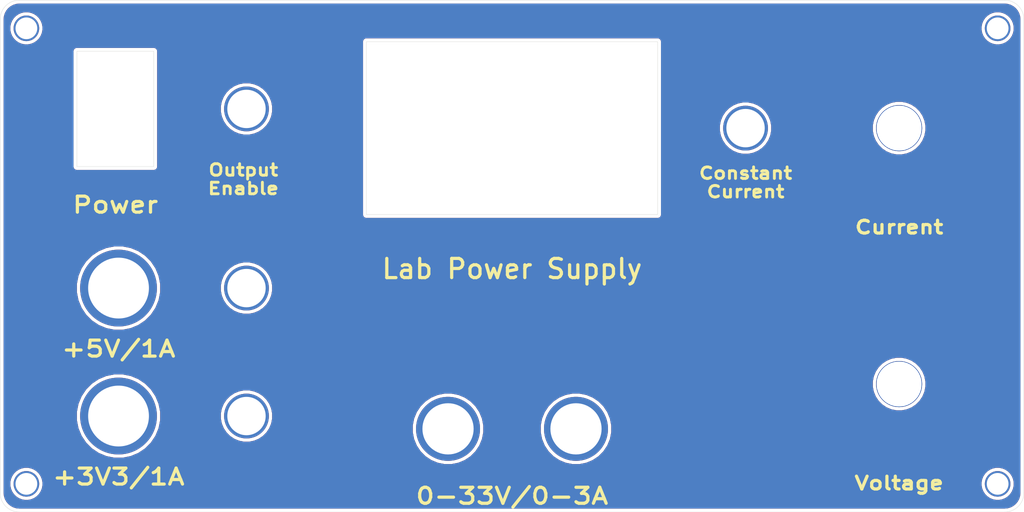
<source format=kicad_pcb>
(kicad_pcb (version 20171130) (host pcbnew "(5.1.4)-1")

  (general
    (thickness 1.6)
    (drawings 29)
    (tracks 14)
    (zones 0)
    (modules 0)
    (nets 1)
  )

  (page A4)
  (layers
    (0 F.Cu signal)
    (31 B.Cu signal)
    (32 B.Adhes user)
    (33 F.Adhes user)
    (34 B.Paste user)
    (35 F.Paste user)
    (36 B.SilkS user)
    (37 F.SilkS user)
    (38 B.Mask user)
    (39 F.Mask user)
    (40 Dwgs.User user)
    (41 Cmts.User user)
    (42 Eco1.User user)
    (43 Eco2.User user)
    (44 Edge.Cuts user)
    (45 Margin user)
    (46 B.CrtYd user)
    (47 F.CrtYd user)
    (48 B.Fab user)
    (49 F.Fab user)
  )

  (setup
    (last_trace_width 0.25)
    (trace_clearance 0.2)
    (zone_clearance 0.508)
    (zone_45_only no)
    (trace_min 0.2)
    (via_size 0.8)
    (via_drill 0.4)
    (via_min_size 0.4)
    (via_min_drill 0.3)
    (uvia_size 0.3)
    (uvia_drill 0.1)
    (uvias_allowed no)
    (uvia_min_size 0.2)
    (uvia_min_drill 0.1)
    (edge_width 0.05)
    (segment_width 0.2)
    (pcb_text_width 0.3)
    (pcb_text_size 1.5 1.5)
    (mod_edge_width 0.12)
    (mod_text_size 1 1)
    (mod_text_width 0.15)
    (pad_size 1.524 1.524)
    (pad_drill 0.762)
    (pad_to_mask_clearance 0.051)
    (solder_mask_min_width 0.25)
    (aux_axis_origin 0 0)
    (visible_elements 7EFFFFFF)
    (pcbplotparams
      (layerselection 0x010fc_ffffffff)
      (usegerberextensions false)
      (usegerberattributes false)
      (usegerberadvancedattributes false)
      (creategerberjobfile false)
      (excludeedgelayer true)
      (linewidth 0.100000)
      (plotframeref false)
      (viasonmask false)
      (mode 1)
      (useauxorigin false)
      (hpglpennumber 1)
      (hpglpenspeed 20)
      (hpglpendiameter 15.000000)
      (psnegative false)
      (psa4output false)
      (plotreference true)
      (plotvalue true)
      (plotinvisibletext false)
      (padsonsilk false)
      (subtractmaskfromsilk false)
      (outputformat 1)
      (mirror false)
      (drillshape 0)
      (scaleselection 1)
      (outputdirectory "gbr/"))
  )

  (net 0 "")

  (net_class Default "This is the default net class."
    (clearance 0.2)
    (trace_width 0.25)
    (via_dia 0.8)
    (via_drill 0.4)
    (uvia_dia 0.3)
    (uvia_drill 0.1)
  )

  (gr_text "Lab Power Supply" (at 80 -38) (layer F.SilkS)
    (effects (font (size 3 3) (thickness 0.5)))
  )
  (gr_text "Output\nEnable\n" (at 38 -52) (layer F.SilkS) (tstamp 5FB01154)
    (effects (font (size 1.8 2.2) (thickness 0.45)))
  )
  (gr_text 0-33V/0-3A (at 80 -2.5) (layer F.SilkS) (tstamp 5FB00CEE)
    (effects (font (size 2.5 3) (thickness 0.5)))
  )
  (gr_circle (center 90 -13) (end 97 -13) (layer Dwgs.User) (width 0.15) (tstamp 5FB00CB7))
  (gr_circle (center 70 -13) (end 77 -13) (layer Dwgs.User) (width 0.15))
  (gr_text +3V3/1A (at 18.5 -5.5) (layer F.SilkS) (tstamp 5FB00A62)
    (effects (font (size 2.5 3) (thickness 0.5)))
  )
  (gr_text +5V/1A (at 18.5 -25.5) (layer F.SilkS) (tstamp 5FB009FF)
    (effects (font (size 2.5 3) (thickness 0.5)))
  )
  (gr_text Power (at 18 -48) (layer F.SilkS) (tstamp 5FB00B36)
    (effects (font (size 2.5 3) (thickness 0.5)))
  )
  (gr_line (start 24 -72) (end 12 -72) (layer Edge.Cuts) (width 0.05) (tstamp 5FB00B43))
  (gr_line (start 24 -54) (end 24 -72) (layer Edge.Cuts) (width 0.05) (tstamp 5FB00B46))
  (gr_line (start 12 -54) (end 24 -54) (layer Edge.Cuts) (width 0.05) (tstamp 5FB00B3D))
  (gr_line (start 12 -72) (end 12 -54) (layer Edge.Cuts) (width 0.05) (tstamp 5FB00B40))
  (gr_text "Constant\nCurrent" (at 116.5 -51.5) (layer F.SilkS)
    (effects (font (size 1.8 2.2) (thickness 0.45)))
  )
  (gr_text Voltage (at 140.5 -4.5) (layer F.SilkS) (tstamp 5FAFFC85)
    (effects (font (size 2 2.5) (thickness 0.5)))
  )
  (gr_text Current (at 140.5 -44.5) (layer F.SilkS)
    (effects (font (size 2 2.5) (thickness 0.5)))
  )
  (gr_circle (center 140.5 -20) (end 153 -20) (layer Dwgs.User) (width 0.05) (tstamp 5FAFF8D7))
  (gr_circle (center 140.5 -60) (end 153 -60) (layer Dwgs.User) (width 0.05))
  (gr_line (start 57.25 -73.5) (end 102.75 -73.5) (layer Edge.Cuts) (width 0.05) (tstamp 5FAFDF11))
  (gr_line (start 57.25 -46.5) (end 102.75 -46.5) (layer Edge.Cuts) (width 0.05) (tstamp 5FAFDF1A))
  (gr_line (start 102.75 -46.5) (end 102.75 -73.5) (layer Edge.Cuts) (width 0.05) (tstamp 5FAFDF17))
  (gr_line (start 57.25 -73.5) (end 57.25 -46.5) (layer Edge.Cuts) (width 0.05) (tstamp 5FAFDF14))
  (gr_arc (start 157 -3) (end 157 0) (angle -90) (layer Edge.Cuts) (width 0.05) (tstamp 5FAFD686))
  (gr_arc (start 157 -77) (end 160 -77) (angle -90) (layer Edge.Cuts) (width 0.05) (tstamp 5FAFD677))
  (gr_arc (start 3 -77) (end 3 -80) (angle -90) (layer Edge.Cuts) (width 0.05) (tstamp 5FAFD65E))
  (gr_arc (start 3 -3) (end 0 -3) (angle -90) (layer Edge.Cuts) (width 0.05))
  (gr_line (start 160 -3) (end 160 -77) (layer Edge.Cuts) (width 0.05) (tstamp 5FAFD452))
  (gr_line (start 0 -3) (end 0 -77) (layer Edge.Cuts) (width 0.05) (tstamp 5FAFD44E))
  (gr_line (start 3 -80) (end 157 -80) (layer Edge.Cuts) (width 0.05) (tstamp 5FAFD438))
  (gr_line (start 3 0) (end 157 0) (layer Edge.Cuts) (width 0.05))

  (via (at 4.1 -4.4) (size 4) (drill 3.4) (layers F.Cu B.Cu) (net 0))
  (via (at 4.1 -75.6) (size 4) (drill 3.4) (layers F.Cu B.Cu) (net 0) (tstamp 5FAFD93F))
  (via (at 155.9 -75.6) (size 4) (drill 3.4) (layers F.Cu B.Cu) (net 0) (tstamp 5FAFD972))
  (via (at 155.9 -4.4) (size 4) (drill 3.4) (layers F.Cu B.Cu) (net 0) (tstamp 5FAFD975))
  (via (at 140.5 -60) (size 7.2) (drill 7) (layers F.Cu B.Cu) (net 0))
  (via (at 140.5 -20) (size 7.2) (drill 7) (layers F.Cu B.Cu) (net 0) (tstamp 5FAFFBB0))
  (via (at 116.5 -60) (size 7) (drill 6) (layers F.Cu B.Cu) (net 0) (tstamp 5FAFFF94))
  (via (at 70 -13) (size 10) (drill 8) (layers F.Cu B.Cu) (net 0) (tstamp 5FB003B1))
  (via (at 90 -13) (size 10) (drill 8) (layers F.Cu B.Cu) (net 0) (tstamp 5FB003E3))
  (via (at 18.5 -35) (size 12) (drill 9.5) (layers F.Cu B.Cu) (net 0) (tstamp 5FB003FD))
  (via (at 18.5 -15) (size 12) (drill 9.5) (layers F.Cu B.Cu) (net 0) (tstamp 5FB00952))
  (via (at 38.5 -35) (size 7) (drill 6) (layers F.Cu B.Cu) (net 0) (tstamp 5FB0049E))
  (via (at 38.5 -15) (size 7) (drill 6) (layers F.Cu B.Cu) (net 0) (tstamp 5FB004A2))
  (via (at 38.5 -63) (size 7) (drill 6) (layers F.Cu B.Cu) (net 0) (tstamp 5FB01068))

  (zone (net 0) (net_name "") (layer B.Cu) (tstamp 0) (hatch edge 0.508)
    (connect_pads (clearance 0.508))
    (min_thickness 0.254)
    (fill yes (arc_segments 32) (thermal_gap 0.508) (thermal_bridge_width 0.508))
    (polygon
      (pts
        (xy 0 -80) (xy 160 -80) (xy 160 0) (xy 0 0)
      )
    )
    (filled_polygon
      (pts
        (xy 157.453893 -79.29233) (xy 157.890498 -79.160511) (xy 158.293185 -78.9464) (xy 158.646612 -78.658152) (xy 158.937327 -78.306739)
        (xy 159.154242 -77.905561) (xy 159.289106 -77.469887) (xy 159.340001 -76.985647) (xy 159.34 -3.032279) (xy 159.29233 -2.546106)
        (xy 159.160512 -2.109503) (xy 158.946399 -1.706814) (xy 158.65815 -1.353387) (xy 158.306739 -1.062673) (xy 157.905564 -0.84576)
        (xy 157.469886 -0.710894) (xy 156.985664 -0.66) (xy 3.032279 -0.66) (xy 2.546106 -0.70767) (xy 2.109503 -0.839488)
        (xy 1.706814 -1.053601) (xy 1.353387 -1.34185) (xy 1.062673 -1.693261) (xy 0.84576 -2.094436) (xy 0.710894 -2.530114)
        (xy 0.66 -3.014336) (xy 0.66 -4.659525) (xy 1.465 -4.659525) (xy 1.465 -4.140475) (xy 1.566261 -3.631399)
        (xy 1.764893 -3.151859) (xy 2.053262 -2.720285) (xy 2.420285 -2.353262) (xy 2.851859 -2.064893) (xy 3.331399 -1.866261)
        (xy 3.840475 -1.765) (xy 4.359525 -1.765) (xy 4.868601 -1.866261) (xy 5.348141 -2.064893) (xy 5.779715 -2.353262)
        (xy 6.146738 -2.720285) (xy 6.435107 -3.151859) (xy 6.633739 -3.631399) (xy 6.735 -4.140475) (xy 6.735 -4.659525)
        (xy 153.265 -4.659525) (xy 153.265 -4.140475) (xy 153.366261 -3.631399) (xy 153.564893 -3.151859) (xy 153.853262 -2.720285)
        (xy 154.220285 -2.353262) (xy 154.651859 -2.064893) (xy 155.131399 -1.866261) (xy 155.640475 -1.765) (xy 156.159525 -1.765)
        (xy 156.668601 -1.866261) (xy 157.148141 -2.064893) (xy 157.579715 -2.353262) (xy 157.946738 -2.720285) (xy 158.235107 -3.151859)
        (xy 158.433739 -3.631399) (xy 158.535 -4.140475) (xy 158.535 -4.659525) (xy 158.433739 -5.168601) (xy 158.235107 -5.648141)
        (xy 157.946738 -6.079715) (xy 157.579715 -6.446738) (xy 157.148141 -6.735107) (xy 156.668601 -6.933739) (xy 156.159525 -7.035)
        (xy 155.640475 -7.035) (xy 155.131399 -6.933739) (xy 154.651859 -6.735107) (xy 154.220285 -6.446738) (xy 153.853262 -6.079715)
        (xy 153.564893 -5.648141) (xy 153.366261 -5.168601) (xy 153.265 -4.659525) (xy 6.735 -4.659525) (xy 6.633739 -5.168601)
        (xy 6.435107 -5.648141) (xy 6.146738 -6.079715) (xy 5.779715 -6.446738) (xy 5.348141 -6.735107) (xy 4.868601 -6.933739)
        (xy 4.359525 -7.035) (xy 3.840475 -7.035) (xy 3.331399 -6.933739) (xy 2.851859 -6.735107) (xy 2.420285 -6.446738)
        (xy 2.053262 -6.079715) (xy 1.764893 -5.648141) (xy 1.566261 -5.168601) (xy 1.465 -4.659525) (xy 0.66 -4.659525)
        (xy 0.66 -15.65349) (xy 11.865 -15.65349) (xy 11.865 -14.34651) (xy 12.119979 -13.064642) (xy 12.620139 -11.857149)
        (xy 13.346259 -10.770434) (xy 14.270434 -9.846259) (xy 15.357149 -9.120139) (xy 16.564642 -8.619979) (xy 17.84651 -8.365)
        (xy 19.15349 -8.365) (xy 20.435358 -8.619979) (xy 21.642851 -9.120139) (xy 22.729566 -9.846259) (xy 23.653741 -10.770434)
        (xy 24.379861 -11.857149) (xy 24.880021 -13.064642) (xy 25.135 -14.34651) (xy 25.135 -15.407262) (xy 34.365 -15.407262)
        (xy 34.365 -14.592738) (xy 34.523906 -13.793865) (xy 34.835611 -13.041343) (xy 35.288136 -12.364091) (xy 35.864091 -11.788136)
        (xy 36.541343 -11.335611) (xy 37.293865 -11.023906) (xy 38.092738 -10.865) (xy 38.907262 -10.865) (xy 39.706135 -11.023906)
        (xy 40.458657 -11.335611) (xy 41.135909 -11.788136) (xy 41.711864 -12.364091) (xy 42.164389 -13.041343) (xy 42.377152 -13.554999)
        (xy 64.365 -13.554999) (xy 64.365 -12.445001) (xy 64.58155 -11.356331) (xy 65.006328 -10.330827) (xy 65.62301 -9.407897)
        (xy 66.407897 -8.62301) (xy 67.330827 -8.006328) (xy 68.356331 -7.58155) (xy 69.445001 -7.365) (xy 70.554999 -7.365)
        (xy 71.643669 -7.58155) (xy 72.669173 -8.006328) (xy 73.592103 -8.62301) (xy 74.37699 -9.407897) (xy 74.993672 -10.330827)
        (xy 75.41845 -11.356331) (xy 75.635 -12.445001) (xy 75.635 -13.554999) (xy 84.365 -13.554999) (xy 84.365 -12.445001)
        (xy 84.58155 -11.356331) (xy 85.006328 -10.330827) (xy 85.62301 -9.407897) (xy 86.407897 -8.62301) (xy 87.330827 -8.006328)
        (xy 88.356331 -7.58155) (xy 89.445001 -7.365) (xy 90.554999 -7.365) (xy 91.643669 -7.58155) (xy 92.669173 -8.006328)
        (xy 93.592103 -8.62301) (xy 94.37699 -9.407897) (xy 94.993672 -10.330827) (xy 95.41845 -11.356331) (xy 95.635 -12.445001)
        (xy 95.635 -13.554999) (xy 95.41845 -14.643669) (xy 94.993672 -15.669173) (xy 94.37699 -16.592103) (xy 93.592103 -17.37699)
        (xy 92.669173 -17.993672) (xy 91.643669 -18.41845) (xy 90.554999 -18.635) (xy 89.445001 -18.635) (xy 88.356331 -18.41845)
        (xy 87.330827 -17.993672) (xy 86.407897 -17.37699) (xy 85.62301 -16.592103) (xy 85.006328 -15.669173) (xy 84.58155 -14.643669)
        (xy 84.365 -13.554999) (xy 75.635 -13.554999) (xy 75.41845 -14.643669) (xy 74.993672 -15.669173) (xy 74.37699 -16.592103)
        (xy 73.592103 -17.37699) (xy 72.669173 -17.993672) (xy 71.643669 -18.41845) (xy 70.554999 -18.635) (xy 69.445001 -18.635)
        (xy 68.356331 -18.41845) (xy 67.330827 -17.993672) (xy 66.407897 -17.37699) (xy 65.62301 -16.592103) (xy 65.006328 -15.669173)
        (xy 64.58155 -14.643669) (xy 64.365 -13.554999) (xy 42.377152 -13.554999) (xy 42.476094 -13.793865) (xy 42.635 -14.592738)
        (xy 42.635 -15.407262) (xy 42.476094 -16.206135) (xy 42.164389 -16.958657) (xy 41.711864 -17.635909) (xy 41.135909 -18.211864)
        (xy 40.458657 -18.664389) (xy 39.706135 -18.976094) (xy 38.907262 -19.135) (xy 38.092738 -19.135) (xy 37.293865 -18.976094)
        (xy 36.541343 -18.664389) (xy 35.864091 -18.211864) (xy 35.288136 -17.635909) (xy 34.835611 -16.958657) (xy 34.523906 -16.206135)
        (xy 34.365 -15.407262) (xy 25.135 -15.407262) (xy 25.135 -15.65349) (xy 24.880021 -16.935358) (xy 24.379861 -18.142851)
        (xy 23.653741 -19.229566) (xy 22.729566 -20.153741) (xy 22.335406 -20.417111) (xy 136.265 -20.417111) (xy 136.265 -19.582889)
        (xy 136.427749 -18.764696) (xy 136.746992 -17.993975) (xy 137.210461 -17.300345) (xy 137.800345 -16.710461) (xy 138.493975 -16.246992)
        (xy 139.264696 -15.927749) (xy 140.082889 -15.765) (xy 140.917111 -15.765) (xy 141.735304 -15.927749) (xy 142.506025 -16.246992)
        (xy 143.199655 -16.710461) (xy 143.789539 -17.300345) (xy 144.253008 -17.993975) (xy 144.572251 -18.764696) (xy 144.735 -19.582889)
        (xy 144.735 -20.417111) (xy 144.572251 -21.235304) (xy 144.253008 -22.006025) (xy 143.789539 -22.699655) (xy 143.199655 -23.289539)
        (xy 142.506025 -23.753008) (xy 141.735304 -24.072251) (xy 140.917111 -24.235) (xy 140.082889 -24.235) (xy 139.264696 -24.072251)
        (xy 138.493975 -23.753008) (xy 137.800345 -23.289539) (xy 137.210461 -22.699655) (xy 136.746992 -22.006025) (xy 136.427749 -21.235304)
        (xy 136.265 -20.417111) (xy 22.335406 -20.417111) (xy 21.642851 -20.879861) (xy 20.435358 -21.380021) (xy 19.15349 -21.635)
        (xy 17.84651 -21.635) (xy 16.564642 -21.380021) (xy 15.357149 -20.879861) (xy 14.270434 -20.153741) (xy 13.346259 -19.229566)
        (xy 12.620139 -18.142851) (xy 12.119979 -16.935358) (xy 11.865 -15.65349) (xy 0.66 -15.65349) (xy 0.66 -35.65349)
        (xy 11.865 -35.65349) (xy 11.865 -34.34651) (xy 12.119979 -33.064642) (xy 12.620139 -31.857149) (xy 13.346259 -30.770434)
        (xy 14.270434 -29.846259) (xy 15.357149 -29.120139) (xy 16.564642 -28.619979) (xy 17.84651 -28.365) (xy 19.15349 -28.365)
        (xy 20.435358 -28.619979) (xy 21.642851 -29.120139) (xy 22.729566 -29.846259) (xy 23.653741 -30.770434) (xy 24.379861 -31.857149)
        (xy 24.880021 -33.064642) (xy 25.135 -34.34651) (xy 25.135 -35.407262) (xy 34.365 -35.407262) (xy 34.365 -34.592738)
        (xy 34.523906 -33.793865) (xy 34.835611 -33.041343) (xy 35.288136 -32.364091) (xy 35.864091 -31.788136) (xy 36.541343 -31.335611)
        (xy 37.293865 -31.023906) (xy 38.092738 -30.865) (xy 38.907262 -30.865) (xy 39.706135 -31.023906) (xy 40.458657 -31.335611)
        (xy 41.135909 -31.788136) (xy 41.711864 -32.364091) (xy 42.164389 -33.041343) (xy 42.476094 -33.793865) (xy 42.635 -34.592738)
        (xy 42.635 -35.407262) (xy 42.476094 -36.206135) (xy 42.164389 -36.958657) (xy 41.711864 -37.635909) (xy 41.135909 -38.211864)
        (xy 40.458657 -38.664389) (xy 39.706135 -38.976094) (xy 38.907262 -39.135) (xy 38.092738 -39.135) (xy 37.293865 -38.976094)
        (xy 36.541343 -38.664389) (xy 35.864091 -38.211864) (xy 35.288136 -37.635909) (xy 34.835611 -36.958657) (xy 34.523906 -36.206135)
        (xy 34.365 -35.407262) (xy 25.135 -35.407262) (xy 25.135 -35.65349) (xy 24.880021 -36.935358) (xy 24.379861 -38.142851)
        (xy 23.653741 -39.229566) (xy 22.729566 -40.153741) (xy 21.642851 -40.879861) (xy 20.435358 -41.380021) (xy 19.15349 -41.635)
        (xy 17.84651 -41.635) (xy 16.564642 -41.380021) (xy 15.357149 -40.879861) (xy 14.270434 -40.153741) (xy 13.346259 -39.229566)
        (xy 12.620139 -38.142851) (xy 12.119979 -36.935358) (xy 11.865 -35.65349) (xy 0.66 -35.65349) (xy 0.66 -72)
        (xy 11.336807 -72) (xy 11.34 -71.967581) (xy 11.340001 -54.032429) (xy 11.336807 -54) (xy 11.34955 -53.870617)
        (xy 11.38729 -53.746207) (xy 11.448575 -53.63155) (xy 11.531052 -53.531052) (xy 11.63155 -53.448575) (xy 11.746207 -53.38729)
        (xy 11.870617 -53.34955) (xy 11.967581 -53.34) (xy 12 -53.336807) (xy 12.032419 -53.34) (xy 23.967581 -53.34)
        (xy 24 -53.336807) (xy 24.032419 -53.34) (xy 24.129383 -53.34955) (xy 24.253793 -53.38729) (xy 24.36845 -53.448575)
        (xy 24.468948 -53.531052) (xy 24.551425 -53.63155) (xy 24.61271 -53.746207) (xy 24.65045 -53.870617) (xy 24.663193 -54)
        (xy 24.66 -54.032419) (xy 24.66 -63.407262) (xy 34.365 -63.407262) (xy 34.365 -62.592738) (xy 34.523906 -61.793865)
        (xy 34.835611 -61.041343) (xy 35.288136 -60.364091) (xy 35.864091 -59.788136) (xy 36.541343 -59.335611) (xy 37.293865 -59.023906)
        (xy 38.092738 -58.865) (xy 38.907262 -58.865) (xy 39.706135 -59.023906) (xy 40.458657 -59.335611) (xy 41.135909 -59.788136)
        (xy 41.711864 -60.364091) (xy 42.164389 -61.041343) (xy 42.476094 -61.793865) (xy 42.635 -62.592738) (xy 42.635 -63.407262)
        (xy 42.476094 -64.206135) (xy 42.164389 -64.958657) (xy 41.711864 -65.635909) (xy 41.135909 -66.211864) (xy 40.458657 -66.664389)
        (xy 39.706135 -66.976094) (xy 38.907262 -67.135) (xy 38.092738 -67.135) (xy 37.293865 -66.976094) (xy 36.541343 -66.664389)
        (xy 35.864091 -66.211864) (xy 35.288136 -65.635909) (xy 34.835611 -64.958657) (xy 34.523906 -64.206135) (xy 34.365 -63.407262)
        (xy 24.66 -63.407262) (xy 24.66 -71.967581) (xy 24.663193 -72) (xy 24.65045 -72.129383) (xy 24.61271 -72.253793)
        (xy 24.551425 -72.36845) (xy 24.468948 -72.468948) (xy 24.36845 -72.551425) (xy 24.253793 -72.61271) (xy 24.129383 -72.65045)
        (xy 24.032419 -72.66) (xy 24 -72.663193) (xy 23.967581 -72.66) (xy 12.032419 -72.66) (xy 12 -72.663193)
        (xy 11.967581 -72.66) (xy 11.870617 -72.65045) (xy 11.746207 -72.61271) (xy 11.63155 -72.551425) (xy 11.531052 -72.468948)
        (xy 11.448575 -72.36845) (xy 11.38729 -72.253793) (xy 11.34955 -72.129383) (xy 11.336807 -72) (xy 0.66 -72)
        (xy 0.66 -75.859525) (xy 1.465 -75.859525) (xy 1.465 -75.340475) (xy 1.566261 -74.831399) (xy 1.764893 -74.351859)
        (xy 2.053262 -73.920285) (xy 2.420285 -73.553262) (xy 2.851859 -73.264893) (xy 3.331399 -73.066261) (xy 3.840475 -72.965)
        (xy 4.359525 -72.965) (xy 4.868601 -73.066261) (xy 5.348141 -73.264893) (xy 5.700002 -73.5) (xy 56.586807 -73.5)
        (xy 56.59 -73.467581) (xy 56.590001 -46.532429) (xy 56.586807 -46.5) (xy 56.59955 -46.370617) (xy 56.63729 -46.246207)
        (xy 56.698575 -46.13155) (xy 56.781052 -46.031052) (xy 56.88155 -45.948575) (xy 56.996207 -45.88729) (xy 57.120617 -45.84955)
        (xy 57.217581 -45.84) (xy 57.25 -45.836807) (xy 57.282419 -45.84) (xy 102.717581 -45.84) (xy 102.75 -45.836807)
        (xy 102.782419 -45.84) (xy 102.879383 -45.84955) (xy 103.003793 -45.88729) (xy 103.11845 -45.948575) (xy 103.218948 -46.031052)
        (xy 103.301425 -46.13155) (xy 103.36271 -46.246207) (xy 103.40045 -46.370617) (xy 103.413193 -46.5) (xy 103.41 -46.532419)
        (xy 103.41 -60.407262) (xy 112.365 -60.407262) (xy 112.365 -59.592738) (xy 112.523906 -58.793865) (xy 112.835611 -58.041343)
        (xy 113.288136 -57.364091) (xy 113.864091 -56.788136) (xy 114.541343 -56.335611) (xy 115.293865 -56.023906) (xy 116.092738 -55.865)
        (xy 116.907262 -55.865) (xy 117.706135 -56.023906) (xy 118.458657 -56.335611) (xy 119.135909 -56.788136) (xy 119.711864 -57.364091)
        (xy 120.164389 -58.041343) (xy 120.476094 -58.793865) (xy 120.635 -59.592738) (xy 120.635 -60.407262) (xy 120.633041 -60.417111)
        (xy 136.265 -60.417111) (xy 136.265 -59.582889) (xy 136.427749 -58.764696) (xy 136.746992 -57.993975) (xy 137.210461 -57.300345)
        (xy 137.800345 -56.710461) (xy 138.493975 -56.246992) (xy 139.264696 -55.927749) (xy 140.082889 -55.765) (xy 140.917111 -55.765)
        (xy 141.735304 -55.927749) (xy 142.506025 -56.246992) (xy 143.199655 -56.710461) (xy 143.789539 -57.300345) (xy 144.253008 -57.993975)
        (xy 144.572251 -58.764696) (xy 144.735 -59.582889) (xy 144.735 -60.417111) (xy 144.572251 -61.235304) (xy 144.253008 -62.006025)
        (xy 143.789539 -62.699655) (xy 143.199655 -63.289539) (xy 142.506025 -63.753008) (xy 141.735304 -64.072251) (xy 140.917111 -64.235)
        (xy 140.082889 -64.235) (xy 139.264696 -64.072251) (xy 138.493975 -63.753008) (xy 137.800345 -63.289539) (xy 137.210461 -62.699655)
        (xy 136.746992 -62.006025) (xy 136.427749 -61.235304) (xy 136.265 -60.417111) (xy 120.633041 -60.417111) (xy 120.476094 -61.206135)
        (xy 120.164389 -61.958657) (xy 119.711864 -62.635909) (xy 119.135909 -63.211864) (xy 118.458657 -63.664389) (xy 117.706135 -63.976094)
        (xy 116.907262 -64.135) (xy 116.092738 -64.135) (xy 115.293865 -63.976094) (xy 114.541343 -63.664389) (xy 113.864091 -63.211864)
        (xy 113.288136 -62.635909) (xy 112.835611 -61.958657) (xy 112.523906 -61.206135) (xy 112.365 -60.407262) (xy 103.41 -60.407262)
        (xy 103.41 -73.467581) (xy 103.413193 -73.5) (xy 103.40045 -73.629383) (xy 103.36271 -73.753793) (xy 103.301425 -73.86845)
        (xy 103.218948 -73.968948) (xy 103.11845 -74.051425) (xy 103.003793 -74.11271) (xy 102.879383 -74.15045) (xy 102.782419 -74.16)
        (xy 102.75 -74.163193) (xy 102.717581 -74.16) (xy 57.282419 -74.16) (xy 57.25 -74.163193) (xy 57.217581 -74.16)
        (xy 57.120617 -74.15045) (xy 56.996207 -74.11271) (xy 56.88155 -74.051425) (xy 56.781052 -73.968948) (xy 56.698575 -73.86845)
        (xy 56.63729 -73.753793) (xy 56.59955 -73.629383) (xy 56.586807 -73.5) (xy 5.700002 -73.5) (xy 5.779715 -73.553262)
        (xy 6.146738 -73.920285) (xy 6.435107 -74.351859) (xy 6.633739 -74.831399) (xy 6.735 -75.340475) (xy 6.735 -75.859525)
        (xy 153.265 -75.859525) (xy 153.265 -75.340475) (xy 153.366261 -74.831399) (xy 153.564893 -74.351859) (xy 153.853262 -73.920285)
        (xy 154.220285 -73.553262) (xy 154.651859 -73.264893) (xy 155.131399 -73.066261) (xy 155.640475 -72.965) (xy 156.159525 -72.965)
        (xy 156.668601 -73.066261) (xy 157.148141 -73.264893) (xy 157.579715 -73.553262) (xy 157.946738 -73.920285) (xy 158.235107 -74.351859)
        (xy 158.433739 -74.831399) (xy 158.535 -75.340475) (xy 158.535 -75.859525) (xy 158.433739 -76.368601) (xy 158.235107 -76.848141)
        (xy 157.946738 -77.279715) (xy 157.579715 -77.646738) (xy 157.148141 -77.935107) (xy 156.668601 -78.133739) (xy 156.159525 -78.235)
        (xy 155.640475 -78.235) (xy 155.131399 -78.133739) (xy 154.651859 -77.935107) (xy 154.220285 -77.646738) (xy 153.853262 -77.279715)
        (xy 153.564893 -76.848141) (xy 153.366261 -76.368601) (xy 153.265 -75.859525) (xy 6.735 -75.859525) (xy 6.633739 -76.368601)
        (xy 6.435107 -76.848141) (xy 6.146738 -77.279715) (xy 5.779715 -77.646738) (xy 5.348141 -77.935107) (xy 4.868601 -78.133739)
        (xy 4.359525 -78.235) (xy 3.840475 -78.235) (xy 3.331399 -78.133739) (xy 2.851859 -77.935107) (xy 2.420285 -77.646738)
        (xy 2.053262 -77.279715) (xy 1.764893 -76.848141) (xy 1.566261 -76.368601) (xy 1.465 -75.859525) (xy 0.66 -75.859525)
        (xy 0.66 -76.967721) (xy 0.70767 -77.453893) (xy 0.839489 -77.890498) (xy 1.0536 -78.293185) (xy 1.341848 -78.646612)
        (xy 1.693261 -78.937327) (xy 2.094439 -79.154242) (xy 2.530113 -79.289106) (xy 3.014344 -79.34) (xy 156.967721 -79.34)
      )
    )
  )
  (zone (net 0) (net_name "") (layer F.Cu) (tstamp 0) (hatch edge 0.508)
    (connect_pads (clearance 0.508))
    (min_thickness 0.254)
    (fill yes (arc_segments 32) (thermal_gap 0.508) (thermal_bridge_width 0.508))
    (polygon
      (pts
        (xy 0 -80) (xy 160 -80) (xy 160 0) (xy 0 0) (xy 0 -4)
      )
    )
    (filled_polygon
      (pts
        (xy 157.453893 -79.29233) (xy 157.890498 -79.160511) (xy 158.293185 -78.9464) (xy 158.646612 -78.658152) (xy 158.937327 -78.306739)
        (xy 159.154242 -77.905561) (xy 159.289106 -77.469887) (xy 159.340001 -76.985647) (xy 159.34 -3.032279) (xy 159.29233 -2.546106)
        (xy 159.160512 -2.109503) (xy 158.946399 -1.706814) (xy 158.65815 -1.353387) (xy 158.306739 -1.062673) (xy 157.905564 -0.84576)
        (xy 157.469886 -0.710894) (xy 156.985664 -0.66) (xy 3.032279 -0.66) (xy 2.546106 -0.70767) (xy 2.109503 -0.839488)
        (xy 1.706814 -1.053601) (xy 1.353387 -1.34185) (xy 1.062673 -1.693261) (xy 0.84576 -2.094436) (xy 0.710894 -2.530114)
        (xy 0.66 -3.014336) (xy 0.66 -4.659525) (xy 1.465 -4.659525) (xy 1.465 -4.140475) (xy 1.566261 -3.631399)
        (xy 1.764893 -3.151859) (xy 2.053262 -2.720285) (xy 2.420285 -2.353262) (xy 2.851859 -2.064893) (xy 3.331399 -1.866261)
        (xy 3.840475 -1.765) (xy 4.359525 -1.765) (xy 4.868601 -1.866261) (xy 5.348141 -2.064893) (xy 5.779715 -2.353262)
        (xy 6.146738 -2.720285) (xy 6.435107 -3.151859) (xy 6.633739 -3.631399) (xy 6.735 -4.140475) (xy 6.735 -4.659525)
        (xy 153.265 -4.659525) (xy 153.265 -4.140475) (xy 153.366261 -3.631399) (xy 153.564893 -3.151859) (xy 153.853262 -2.720285)
        (xy 154.220285 -2.353262) (xy 154.651859 -2.064893) (xy 155.131399 -1.866261) (xy 155.640475 -1.765) (xy 156.159525 -1.765)
        (xy 156.668601 -1.866261) (xy 157.148141 -2.064893) (xy 157.579715 -2.353262) (xy 157.946738 -2.720285) (xy 158.235107 -3.151859)
        (xy 158.433739 -3.631399) (xy 158.535 -4.140475) (xy 158.535 -4.659525) (xy 158.433739 -5.168601) (xy 158.235107 -5.648141)
        (xy 157.946738 -6.079715) (xy 157.579715 -6.446738) (xy 157.148141 -6.735107) (xy 156.668601 -6.933739) (xy 156.159525 -7.035)
        (xy 155.640475 -7.035) (xy 155.131399 -6.933739) (xy 154.651859 -6.735107) (xy 154.220285 -6.446738) (xy 153.853262 -6.079715)
        (xy 153.564893 -5.648141) (xy 153.366261 -5.168601) (xy 153.265 -4.659525) (xy 6.735 -4.659525) (xy 6.633739 -5.168601)
        (xy 6.435107 -5.648141) (xy 6.146738 -6.079715) (xy 5.779715 -6.446738) (xy 5.348141 -6.735107) (xy 4.868601 -6.933739)
        (xy 4.359525 -7.035) (xy 3.840475 -7.035) (xy 3.331399 -6.933739) (xy 2.851859 -6.735107) (xy 2.420285 -6.446738)
        (xy 2.053262 -6.079715) (xy 1.764893 -5.648141) (xy 1.566261 -5.168601) (xy 1.465 -4.659525) (xy 0.66 -4.659525)
        (xy 0.66 -15.65349) (xy 11.865 -15.65349) (xy 11.865 -14.34651) (xy 12.119979 -13.064642) (xy 12.620139 -11.857149)
        (xy 13.346259 -10.770434) (xy 14.270434 -9.846259) (xy 15.357149 -9.120139) (xy 16.564642 -8.619979) (xy 17.84651 -8.365)
        (xy 19.15349 -8.365) (xy 20.435358 -8.619979) (xy 21.642851 -9.120139) (xy 22.729566 -9.846259) (xy 23.653741 -10.770434)
        (xy 24.379861 -11.857149) (xy 24.880021 -13.064642) (xy 25.135 -14.34651) (xy 25.135 -15.407262) (xy 34.365 -15.407262)
        (xy 34.365 -14.592738) (xy 34.523906 -13.793865) (xy 34.835611 -13.041343) (xy 35.288136 -12.364091) (xy 35.864091 -11.788136)
        (xy 36.541343 -11.335611) (xy 37.293865 -11.023906) (xy 38.092738 -10.865) (xy 38.907262 -10.865) (xy 39.706135 -11.023906)
        (xy 40.458657 -11.335611) (xy 41.135909 -11.788136) (xy 41.711864 -12.364091) (xy 42.164389 -13.041343) (xy 42.377152 -13.554999)
        (xy 64.365 -13.554999) (xy 64.365 -12.445001) (xy 64.58155 -11.356331) (xy 65.006328 -10.330827) (xy 65.62301 -9.407897)
        (xy 66.407897 -8.62301) (xy 67.330827 -8.006328) (xy 68.356331 -7.58155) (xy 69.445001 -7.365) (xy 70.554999 -7.365)
        (xy 71.643669 -7.58155) (xy 72.669173 -8.006328) (xy 73.592103 -8.62301) (xy 74.37699 -9.407897) (xy 74.993672 -10.330827)
        (xy 75.41845 -11.356331) (xy 75.635 -12.445001) (xy 75.635 -13.554999) (xy 84.365 -13.554999) (xy 84.365 -12.445001)
        (xy 84.58155 -11.356331) (xy 85.006328 -10.330827) (xy 85.62301 -9.407897) (xy 86.407897 -8.62301) (xy 87.330827 -8.006328)
        (xy 88.356331 -7.58155) (xy 89.445001 -7.365) (xy 90.554999 -7.365) (xy 91.643669 -7.58155) (xy 92.669173 -8.006328)
        (xy 93.592103 -8.62301) (xy 94.37699 -9.407897) (xy 94.993672 -10.330827) (xy 95.41845 -11.356331) (xy 95.635 -12.445001)
        (xy 95.635 -13.554999) (xy 95.41845 -14.643669) (xy 94.993672 -15.669173) (xy 94.37699 -16.592103) (xy 93.592103 -17.37699)
        (xy 92.669173 -17.993672) (xy 91.643669 -18.41845) (xy 90.554999 -18.635) (xy 89.445001 -18.635) (xy 88.356331 -18.41845)
        (xy 87.330827 -17.993672) (xy 86.407897 -17.37699) (xy 85.62301 -16.592103) (xy 85.006328 -15.669173) (xy 84.58155 -14.643669)
        (xy 84.365 -13.554999) (xy 75.635 -13.554999) (xy 75.41845 -14.643669) (xy 74.993672 -15.669173) (xy 74.37699 -16.592103)
        (xy 73.592103 -17.37699) (xy 72.669173 -17.993672) (xy 71.643669 -18.41845) (xy 70.554999 -18.635) (xy 69.445001 -18.635)
        (xy 68.356331 -18.41845) (xy 67.330827 -17.993672) (xy 66.407897 -17.37699) (xy 65.62301 -16.592103) (xy 65.006328 -15.669173)
        (xy 64.58155 -14.643669) (xy 64.365 -13.554999) (xy 42.377152 -13.554999) (xy 42.476094 -13.793865) (xy 42.635 -14.592738)
        (xy 42.635 -15.407262) (xy 42.476094 -16.206135) (xy 42.164389 -16.958657) (xy 41.711864 -17.635909) (xy 41.135909 -18.211864)
        (xy 40.458657 -18.664389) (xy 39.706135 -18.976094) (xy 38.907262 -19.135) (xy 38.092738 -19.135) (xy 37.293865 -18.976094)
        (xy 36.541343 -18.664389) (xy 35.864091 -18.211864) (xy 35.288136 -17.635909) (xy 34.835611 -16.958657) (xy 34.523906 -16.206135)
        (xy 34.365 -15.407262) (xy 25.135 -15.407262) (xy 25.135 -15.65349) (xy 24.880021 -16.935358) (xy 24.379861 -18.142851)
        (xy 23.653741 -19.229566) (xy 22.729566 -20.153741) (xy 22.335406 -20.417111) (xy 136.265 -20.417111) (xy 136.265 -19.582889)
        (xy 136.427749 -18.764696) (xy 136.746992 -17.993975) (xy 137.210461 -17.300345) (xy 137.800345 -16.710461) (xy 138.493975 -16.246992)
        (xy 139.264696 -15.927749) (xy 140.082889 -15.765) (xy 140.917111 -15.765) (xy 141.735304 -15.927749) (xy 142.506025 -16.246992)
        (xy 143.199655 -16.710461) (xy 143.789539 -17.300345) (xy 144.253008 -17.993975) (xy 144.572251 -18.764696) (xy 144.735 -19.582889)
        (xy 144.735 -20.417111) (xy 144.572251 -21.235304) (xy 144.253008 -22.006025) (xy 143.789539 -22.699655) (xy 143.199655 -23.289539)
        (xy 142.506025 -23.753008) (xy 141.735304 -24.072251) (xy 140.917111 -24.235) (xy 140.082889 -24.235) (xy 139.264696 -24.072251)
        (xy 138.493975 -23.753008) (xy 137.800345 -23.289539) (xy 137.210461 -22.699655) (xy 136.746992 -22.006025) (xy 136.427749 -21.235304)
        (xy 136.265 -20.417111) (xy 22.335406 -20.417111) (xy 21.642851 -20.879861) (xy 20.435358 -21.380021) (xy 19.15349 -21.635)
        (xy 17.84651 -21.635) (xy 16.564642 -21.380021) (xy 15.357149 -20.879861) (xy 14.270434 -20.153741) (xy 13.346259 -19.229566)
        (xy 12.620139 -18.142851) (xy 12.119979 -16.935358) (xy 11.865 -15.65349) (xy 0.66 -15.65349) (xy 0.66 -35.65349)
        (xy 11.865 -35.65349) (xy 11.865 -34.34651) (xy 12.119979 -33.064642) (xy 12.620139 -31.857149) (xy 13.346259 -30.770434)
        (xy 14.270434 -29.846259) (xy 15.357149 -29.120139) (xy 16.564642 -28.619979) (xy 17.84651 -28.365) (xy 19.15349 -28.365)
        (xy 20.435358 -28.619979) (xy 21.642851 -29.120139) (xy 22.729566 -29.846259) (xy 23.653741 -30.770434) (xy 24.379861 -31.857149)
        (xy 24.880021 -33.064642) (xy 25.135 -34.34651) (xy 25.135 -35.407262) (xy 34.365 -35.407262) (xy 34.365 -34.592738)
        (xy 34.523906 -33.793865) (xy 34.835611 -33.041343) (xy 35.288136 -32.364091) (xy 35.864091 -31.788136) (xy 36.541343 -31.335611)
        (xy 37.293865 -31.023906) (xy 38.092738 -30.865) (xy 38.907262 -30.865) (xy 39.706135 -31.023906) (xy 40.458657 -31.335611)
        (xy 41.135909 -31.788136) (xy 41.711864 -32.364091) (xy 42.164389 -33.041343) (xy 42.476094 -33.793865) (xy 42.635 -34.592738)
        (xy 42.635 -35.407262) (xy 42.476094 -36.206135) (xy 42.164389 -36.958657) (xy 41.711864 -37.635909) (xy 41.135909 -38.211864)
        (xy 40.458657 -38.664389) (xy 39.706135 -38.976094) (xy 38.907262 -39.135) (xy 38.092738 -39.135) (xy 37.293865 -38.976094)
        (xy 36.541343 -38.664389) (xy 35.864091 -38.211864) (xy 35.288136 -37.635909) (xy 34.835611 -36.958657) (xy 34.523906 -36.206135)
        (xy 34.365 -35.407262) (xy 25.135 -35.407262) (xy 25.135 -35.65349) (xy 24.880021 -36.935358) (xy 24.379861 -38.142851)
        (xy 23.653741 -39.229566) (xy 22.729566 -40.153741) (xy 21.642851 -40.879861) (xy 20.435358 -41.380021) (xy 19.15349 -41.635)
        (xy 17.84651 -41.635) (xy 16.564642 -41.380021) (xy 15.357149 -40.879861) (xy 14.270434 -40.153741) (xy 13.346259 -39.229566)
        (xy 12.620139 -38.142851) (xy 12.119979 -36.935358) (xy 11.865 -35.65349) (xy 0.66 -35.65349) (xy 0.66 -72)
        (xy 11.336807 -72) (xy 11.34 -71.967581) (xy 11.340001 -54.032429) (xy 11.336807 -54) (xy 11.34955 -53.870617)
        (xy 11.38729 -53.746207) (xy 11.448575 -53.63155) (xy 11.531052 -53.531052) (xy 11.63155 -53.448575) (xy 11.746207 -53.38729)
        (xy 11.870617 -53.34955) (xy 11.967581 -53.34) (xy 12 -53.336807) (xy 12.032419 -53.34) (xy 23.967581 -53.34)
        (xy 24 -53.336807) (xy 24.032419 -53.34) (xy 24.129383 -53.34955) (xy 24.253793 -53.38729) (xy 24.36845 -53.448575)
        (xy 24.468948 -53.531052) (xy 24.551425 -53.63155) (xy 24.61271 -53.746207) (xy 24.65045 -53.870617) (xy 24.663193 -54)
        (xy 24.66 -54.032419) (xy 24.66 -63.407262) (xy 34.365 -63.407262) (xy 34.365 -62.592738) (xy 34.523906 -61.793865)
        (xy 34.835611 -61.041343) (xy 35.288136 -60.364091) (xy 35.864091 -59.788136) (xy 36.541343 -59.335611) (xy 37.293865 -59.023906)
        (xy 38.092738 -58.865) (xy 38.907262 -58.865) (xy 39.706135 -59.023906) (xy 40.458657 -59.335611) (xy 41.135909 -59.788136)
        (xy 41.711864 -60.364091) (xy 42.164389 -61.041343) (xy 42.476094 -61.793865) (xy 42.635 -62.592738) (xy 42.635 -63.407262)
        (xy 42.476094 -64.206135) (xy 42.164389 -64.958657) (xy 41.711864 -65.635909) (xy 41.135909 -66.211864) (xy 40.458657 -66.664389)
        (xy 39.706135 -66.976094) (xy 38.907262 -67.135) (xy 38.092738 -67.135) (xy 37.293865 -66.976094) (xy 36.541343 -66.664389)
        (xy 35.864091 -66.211864) (xy 35.288136 -65.635909) (xy 34.835611 -64.958657) (xy 34.523906 -64.206135) (xy 34.365 -63.407262)
        (xy 24.66 -63.407262) (xy 24.66 -71.967581) (xy 24.663193 -72) (xy 24.65045 -72.129383) (xy 24.61271 -72.253793)
        (xy 24.551425 -72.36845) (xy 24.468948 -72.468948) (xy 24.36845 -72.551425) (xy 24.253793 -72.61271) (xy 24.129383 -72.65045)
        (xy 24.032419 -72.66) (xy 24 -72.663193) (xy 23.967581 -72.66) (xy 12.032419 -72.66) (xy 12 -72.663193)
        (xy 11.967581 -72.66) (xy 11.870617 -72.65045) (xy 11.746207 -72.61271) (xy 11.63155 -72.551425) (xy 11.531052 -72.468948)
        (xy 11.448575 -72.36845) (xy 11.38729 -72.253793) (xy 11.34955 -72.129383) (xy 11.336807 -72) (xy 0.66 -72)
        (xy 0.66 -75.859525) (xy 1.465 -75.859525) (xy 1.465 -75.340475) (xy 1.566261 -74.831399) (xy 1.764893 -74.351859)
        (xy 2.053262 -73.920285) (xy 2.420285 -73.553262) (xy 2.851859 -73.264893) (xy 3.331399 -73.066261) (xy 3.840475 -72.965)
        (xy 4.359525 -72.965) (xy 4.868601 -73.066261) (xy 5.348141 -73.264893) (xy 5.700002 -73.5) (xy 56.586807 -73.5)
        (xy 56.59 -73.467581) (xy 56.590001 -46.532429) (xy 56.586807 -46.5) (xy 56.59955 -46.370617) (xy 56.63729 -46.246207)
        (xy 56.698575 -46.13155) (xy 56.781052 -46.031052) (xy 56.88155 -45.948575) (xy 56.996207 -45.88729) (xy 57.120617 -45.84955)
        (xy 57.217581 -45.84) (xy 57.25 -45.836807) (xy 57.282419 -45.84) (xy 102.717581 -45.84) (xy 102.75 -45.836807)
        (xy 102.782419 -45.84) (xy 102.879383 -45.84955) (xy 103.003793 -45.88729) (xy 103.11845 -45.948575) (xy 103.218948 -46.031052)
        (xy 103.301425 -46.13155) (xy 103.36271 -46.246207) (xy 103.40045 -46.370617) (xy 103.413193 -46.5) (xy 103.41 -46.532419)
        (xy 103.41 -60.407262) (xy 112.365 -60.407262) (xy 112.365 -59.592738) (xy 112.523906 -58.793865) (xy 112.835611 -58.041343)
        (xy 113.288136 -57.364091) (xy 113.864091 -56.788136) (xy 114.541343 -56.335611) (xy 115.293865 -56.023906) (xy 116.092738 -55.865)
        (xy 116.907262 -55.865) (xy 117.706135 -56.023906) (xy 118.458657 -56.335611) (xy 119.135909 -56.788136) (xy 119.711864 -57.364091)
        (xy 120.164389 -58.041343) (xy 120.476094 -58.793865) (xy 120.635 -59.592738) (xy 120.635 -60.407262) (xy 120.633041 -60.417111)
        (xy 136.265 -60.417111) (xy 136.265 -59.582889) (xy 136.427749 -58.764696) (xy 136.746992 -57.993975) (xy 137.210461 -57.300345)
        (xy 137.800345 -56.710461) (xy 138.493975 -56.246992) (xy 139.264696 -55.927749) (xy 140.082889 -55.765) (xy 140.917111 -55.765)
        (xy 141.735304 -55.927749) (xy 142.506025 -56.246992) (xy 143.199655 -56.710461) (xy 143.789539 -57.300345) (xy 144.253008 -57.993975)
        (xy 144.572251 -58.764696) (xy 144.735 -59.582889) (xy 144.735 -60.417111) (xy 144.572251 -61.235304) (xy 144.253008 -62.006025)
        (xy 143.789539 -62.699655) (xy 143.199655 -63.289539) (xy 142.506025 -63.753008) (xy 141.735304 -64.072251) (xy 140.917111 -64.235)
        (xy 140.082889 -64.235) (xy 139.264696 -64.072251) (xy 138.493975 -63.753008) (xy 137.800345 -63.289539) (xy 137.210461 -62.699655)
        (xy 136.746992 -62.006025) (xy 136.427749 -61.235304) (xy 136.265 -60.417111) (xy 120.633041 -60.417111) (xy 120.476094 -61.206135)
        (xy 120.164389 -61.958657) (xy 119.711864 -62.635909) (xy 119.135909 -63.211864) (xy 118.458657 -63.664389) (xy 117.706135 -63.976094)
        (xy 116.907262 -64.135) (xy 116.092738 -64.135) (xy 115.293865 -63.976094) (xy 114.541343 -63.664389) (xy 113.864091 -63.211864)
        (xy 113.288136 -62.635909) (xy 112.835611 -61.958657) (xy 112.523906 -61.206135) (xy 112.365 -60.407262) (xy 103.41 -60.407262)
        (xy 103.41 -73.467581) (xy 103.413193 -73.5) (xy 103.40045 -73.629383) (xy 103.36271 -73.753793) (xy 103.301425 -73.86845)
        (xy 103.218948 -73.968948) (xy 103.11845 -74.051425) (xy 103.003793 -74.11271) (xy 102.879383 -74.15045) (xy 102.782419 -74.16)
        (xy 102.75 -74.163193) (xy 102.717581 -74.16) (xy 57.282419 -74.16) (xy 57.25 -74.163193) (xy 57.217581 -74.16)
        (xy 57.120617 -74.15045) (xy 56.996207 -74.11271) (xy 56.88155 -74.051425) (xy 56.781052 -73.968948) (xy 56.698575 -73.86845)
        (xy 56.63729 -73.753793) (xy 56.59955 -73.629383) (xy 56.586807 -73.5) (xy 5.700002 -73.5) (xy 5.779715 -73.553262)
        (xy 6.146738 -73.920285) (xy 6.435107 -74.351859) (xy 6.633739 -74.831399) (xy 6.735 -75.340475) (xy 6.735 -75.859525)
        (xy 153.265 -75.859525) (xy 153.265 -75.340475) (xy 153.366261 -74.831399) (xy 153.564893 -74.351859) (xy 153.853262 -73.920285)
        (xy 154.220285 -73.553262) (xy 154.651859 -73.264893) (xy 155.131399 -73.066261) (xy 155.640475 -72.965) (xy 156.159525 -72.965)
        (xy 156.668601 -73.066261) (xy 157.148141 -73.264893) (xy 157.579715 -73.553262) (xy 157.946738 -73.920285) (xy 158.235107 -74.351859)
        (xy 158.433739 -74.831399) (xy 158.535 -75.340475) (xy 158.535 -75.859525) (xy 158.433739 -76.368601) (xy 158.235107 -76.848141)
        (xy 157.946738 -77.279715) (xy 157.579715 -77.646738) (xy 157.148141 -77.935107) (xy 156.668601 -78.133739) (xy 156.159525 -78.235)
        (xy 155.640475 -78.235) (xy 155.131399 -78.133739) (xy 154.651859 -77.935107) (xy 154.220285 -77.646738) (xy 153.853262 -77.279715)
        (xy 153.564893 -76.848141) (xy 153.366261 -76.368601) (xy 153.265 -75.859525) (xy 6.735 -75.859525) (xy 6.633739 -76.368601)
        (xy 6.435107 -76.848141) (xy 6.146738 -77.279715) (xy 5.779715 -77.646738) (xy 5.348141 -77.935107) (xy 4.868601 -78.133739)
        (xy 4.359525 -78.235) (xy 3.840475 -78.235) (xy 3.331399 -78.133739) (xy 2.851859 -77.935107) (xy 2.420285 -77.646738)
        (xy 2.053262 -77.279715) (xy 1.764893 -76.848141) (xy 1.566261 -76.368601) (xy 1.465 -75.859525) (xy 0.66 -75.859525)
        (xy 0.66 -76.967721) (xy 0.70767 -77.453893) (xy 0.839489 -77.890498) (xy 1.0536 -78.293185) (xy 1.341848 -78.646612)
        (xy 1.693261 -78.937327) (xy 2.094439 -79.154242) (xy 2.530113 -79.289106) (xy 3.014344 -79.34) (xy 156.967721 -79.34)
      )
    )
  )
)

</source>
